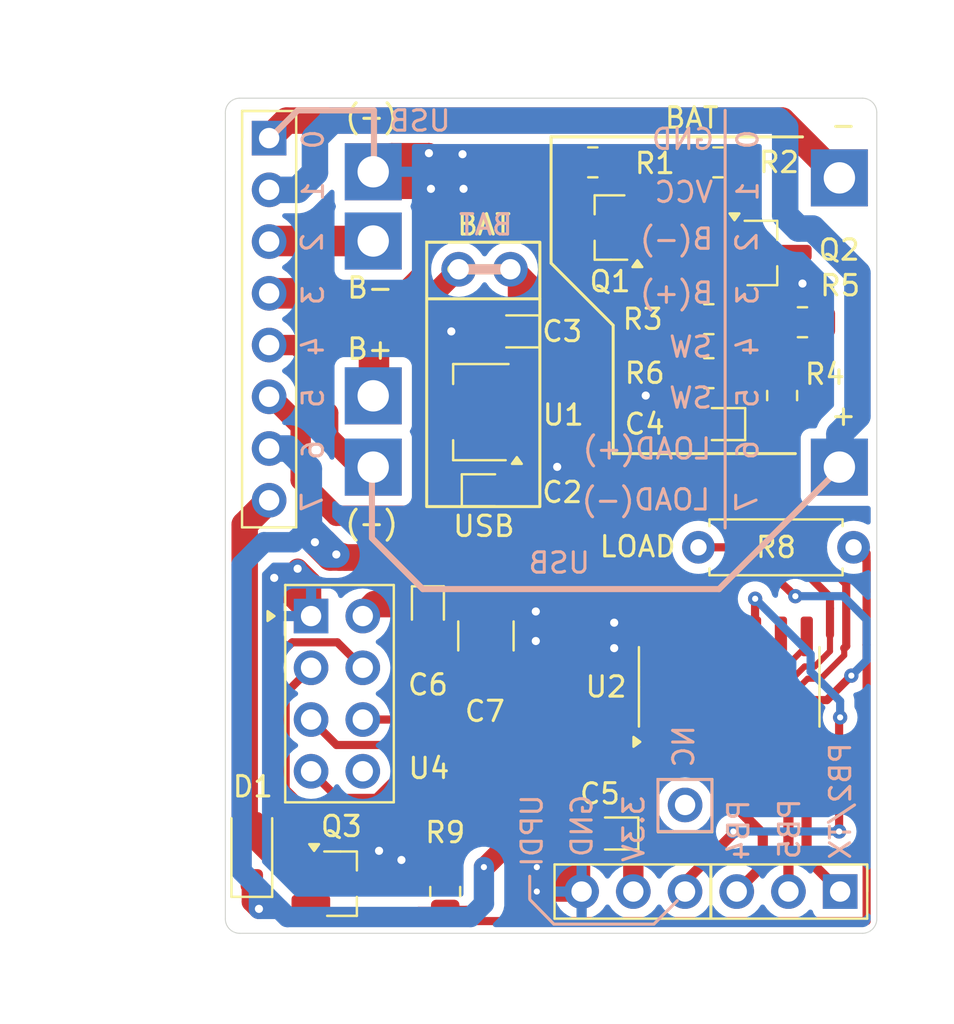
<source format=kicad_pcb>
(kicad_pcb (version 20240108) (generator "pcbnew") (generator_version "8.0")
  (layers (0 "F.Cu" signal) (31 "B.Cu" signal) (34 "B.Paste" user) (35 "F.Paste" user) (36 "B.SilkS" user "B.Silkscreen") (37 "F.SilkS" user "F.Silkscreen") (38 "B.Mask" user) (39 "F.Mask" user) (44 "Edge.Cuts" user))
  (net 0 "")
  (net 1 "Net-(J2-Pin_2)")
  (net 2 "GND")
  (net 3 "VCC")
  (net 4 "ADC_MEASURE")
  (net 5 "Net-(D1-A)")
  (net 6 "Net-(J1-Pin_1)")
  (net 7 "Net-(J1-Pin_2)")
  (net 8 "Net-(J2-Pin_1)")
  (net 9 "Net-(J3-Pin_2)")
  (net 10 "BATTERY_VOLT")
  (net 11 "UPDI")
  (net 12 "PB2")
  (net 13 "Net-(Q1-G)")
  (net 14 "Net-(Q1-D)")
  (net 15 "Net-(Q2-G)")
  (net 16 "Net-(Q2-D)")
  (net 17 "Net-(Q3-G)")
  (net 18 "ADC_ENABLED")
  (net 19 "LOAD_DRIVER_PIN")
  (net 20 "/SS")
  (net 21 "/MISO")
  (net 22 "/CE")
  (net 23 "/MOSI")
  (net 24 "/SCK")
  (net 26 "PB5")
  (net 27 "PB4")
  (footprint "TP4045:TP4056-18650" (layer "F.Cu") (at 181.9625 69.7125 180)
    (property "Reference" "TP4056" (hide yes))
    (property "Value" "~")
  )
  (footprint "Capacitor_Tantalum_SMD:CP_EIA-2012-15_AVX-P_Pad1.30x1.05mm_HandSolder" (layer "F.Cu") (at 168.5 86 180)
    (property "Reference" "C5")
    (property "Value" "100nF")
  )
  (footprint "Connector_PinHeader_2.54mm:PinHeader_1x06_P2.54mm_Vertical" (layer "F.Cu") (at 180.3 88.85 -90)
    (property "Reference" "J6" (hide yes))
    (property "Value" "Conn_01x06")
  )
  (footprint "Package_TO_SOT_SMD:SOT-23_Handsoldering" (layer "F.Cu") (at 155.8 88.4625)
    (property "Reference" "Q3")
    (property "Value" "PMV16XNR ")
  )
  (footprint "Capacitor_Tantalum_SMD:CP_EIA-2012-15_AVX-P_Pad1.30x1.05mm_HandSolder" (layer "F.Cu") (at 160.05 75.75 -90)
    (property "Reference" "C6")
    (property "Value" "100nF")
  )
  (footprint "Diode_SMD:D_SOD-123F" (layer "F.Cu") (at 151.4 86.9 90)
    (property "Reference" "D1")
    (property "Value" "D")
  )
  (footprint "Resistor_SMD:R_0805_2012Metric_Pad1.20x1.40mm_HandSolder" (layer "F.Cu") (at 173.85 63.4 180)
    (property "Reference" "R6")
    (property "Value" "10K")
  )
  (footprint "Package_TO_SOT_SMD:SOT-89-3" (layer "F.Cu") (at 162.65 65.3125 180)
    (property "Reference" "U1")
    (property "Value" "MCP1700T-3302E/MB ")
  )
  (footprint "RF_Module:nRF24L01_Breakout" (layer "F.Cu") (at 154.3105 75.325)
    (property "Reference" "U4")
    (property "Value" "NRF24L01_Breakout")
  )
  (footprint "Package_SO:SOIC-14_3.9x8.7mm_P1.27mm" (layer "F.Cu") (at 174.85 78.8 90)
    (property "Reference" "U2")
    (property "Value" "ATtiny84A-P")
  )
  (footprint "Resistor_SMD:R_0805_2012Metric_Pad1.20x1.40mm_HandSolder" (layer "F.Cu") (at 177.45 64.5 90)
    (property "Reference" "R4")
    (property "Value" "10K")
  )
  (footprint "Connector_PinHeader_2.54mm:PinHeader_1x03_P2.54mm_Vertical" (layer "F.Cu") (at 159.0225 58.3 90)
    (property "Reference" "REF**" (hide yes))
    (property "Value" "PinHeader_1x03_P2.54mm_Vertical")
  )
  (footprint "Resistor_SMD:R_0805_2012Metric_Pad1.20x1.40mm_HandSolder" (layer "F.Cu") (at 173.85 60.75)
    (property "Reference" "R3")
    (property "Value" "3K3")
  )
  (footprint "Capacitor_Tantalum_SMD:CP_EIA-2012-15_AVX-P_Pad1.30x1.05mm_HandSolder" (layer "F.Cu") (at 163.6 69.15)
    (property "Reference" "C2")
    (property "Value" "1uf")
  )
  (footprint "Package_TO_SOT_SMD:SOT-23_Handsoldering" (layer "F.Cu") (at 176.45 57.5)
    (property "Reference" "Q2")
    (property "Value" "PMV16XNR ")
  )
  (footprint "Capacitor_Tantalum_SMD:CP_EIA-2012-15_AVX-P_Pad1.30x1.05mm_HandSolder" (layer "F.Cu") (at 173.75 65.9 180)
    (property "Reference" "C4")
    (property "Value" "100nF")
  )
  (footprint "Resistor_SMD:R_0805_2012Metric_Pad1.20x1.40mm_HandSolder" (layer "F.Cu") (at 174.3 53.05)
    (property "Reference" "R2")
    (property "Value" "10K")
  )
  (footprint "Capacitor_SMD:C_1210_3225Metric_Pad1.33x2.70mm_HandSolder" (layer "F.Cu") (at 162.9 76.3 -90)
    (property "Reference" "C7")
    (property "Value" "22uF")
  )
  (footprint "Resistor_THT:R_Axial_DIN0207_L6.3mm_D2.5mm_P7.62mm_Horizontal" (layer "F.Cu") (at 173.34 71.95)
    (property "Reference" "R8")
    (property "Value" "0-10K ?")
  )
  (footprint "Resistor_SMD:R_0805_2012Metric_Pad1.20x1.40mm_HandSolder" (layer "F.Cu") (at 160.9 88.85 90)
    (property "Reference" "R9")
    (property "Value" "10K")
  )
  (footprint "Resistor_SMD:R_0805_2012Metric_Pad1.20x1.40mm_HandSolder" (layer "F.Cu") (at 178.45 60.9)
    (property "Reference" "R5")
    (property "Value" "100K")
  )
  (footprint "Capacitor_Tantalum_SMD:CP_EIA-2012-15_AVX-P_Pad1.30x1.05mm_HandSolder" (layer "F.Cu") (at 163.65 61.35 180)
    (property "Reference" "C3")
    (property "Value" "1uf")
  )
  (footprint "Resistor_SMD:R_0805_2012Metric_Pad1.20x1.40mm_HandSolder" (layer "F.Cu") (at 168.15 53.05)
    (property "Reference" "R1")
    (property "Value" "100K")
  )
  (footprint "Connector_PinHeader_2.54mm:PinHeader_1x02_P2.54mm_Vertical" (layer "F.Cu") (at 172.682846 82.06)
    (property "Reference" "REF**" (hide yes))
    (property "Value" "PinHeader_1x02_P2.54mm_Vertical")
  )
  (footprint "Connector_PinHeader_2.54mm:PinHeader_1x08_P2.54mm_Vertical" (layer "F.Cu") (at 152.25 51.86)
    (property "Reference" "REF**" (hide yes))
    (property "Value" "PinHeader_1x08_P2.54mm_Vertical")
  )
  (footprint "Package_TO_SOT_SMD:SOT-23_Handsoldering" (layer "F.Cu") (at 169 56.25 180)
    (property "Reference" "Q1")
    (property "Value" "NTR4101PT1G ")
  )
  (gr_rect (start 171.35 83.35) (end 174 85.9) (stroke (width 0.15)) (fill none) (layer "B.SilkS"))
  (gr_line (start 153.65 50.5) (end 152.25 51.9) (stroke (width 0.3)) (layer "B.SilkS"))
  (gr_line (start 159.8 74) (end 157.3 71.5) (stroke (width 0.3)) (layer "B.SilkS"))
  (gr_line (start 174.65 71) (end 174.65 50.5) (stroke (width 0.15)) (layer "B.SilkS"))
  (gr_line (start 166.2375 90.45) (end 165.0625 89.25) (stroke (width 0.15)) (layer "B.SilkS"))
  (gr_line (start 164.075 58.3) (end 161.525 58.3) (stroke (width 0.5)) (layer "B.SilkS"))
  (gr_line (start 157.4 50.5) (end 157.4 53.55) (stroke (width 0.3)) (layer "B.SilkS"))
  (gr_line (start 153.675 50.5) (end 157.4 50.5) (stroke (width 0.3)) (layer "B.SilkS"))
  (gr_line (start 165.05 88.1) (end 165.05 89.2) (stroke (width 0.15)) (layer "B.SilkS"))
  (gr_line (start 172.3 89.3) (end 171.15 90.45) (stroke (width 0.15)) (layer "B.SilkS"))
  (gr_line (start 157.3 71.5) (end 157.3 68.032233) (stroke (width 0.3)) (layer "B.SilkS"))
  (gr_line (start 171.15 90.45) (end 166.2375 90.45) (stroke (width 0.15)) (layer "B.SilkS"))
  (gr_line (start 174.35 74) (end 159.8 74) (stroke (width 0.3)) (layer "B.SilkS"))
  (gr_line (start 180.3 68.05) (end 174.35 74) (stroke (width 0.3)) (layer "B.SilkS"))
  (gr_rect (start 159.99 56.97) (end 165.55 69.95) (stroke (width 0.15)) (fill none) (layer "F.SilkS"))
  (gr_line (start 163.8 58.3) (end 161.25 58.3) (stroke (width 0.5)) (layer "F.SilkS"))
  (gr_line (start 169.15 67.35) (end 178.1 67.35) (stroke (width 0.15)) (layer "F.SilkS"))
  (gr_line (start 173.95 87.55) (end 173.95 90.15) (stroke (width 0.15)) (layer "F.SilkS"))
  (gr_line (start 169.15 61.05) (end 169.15 67.35) (stroke (width 0.15)) (layer "F.SilkS"))
  (gr_line (start 166.1 58) (end 169.15 61.05) (stroke (width 0.15)) (layer "F.SilkS"))
  (gr_line (start 165.55 59.75) (end 160 59.75) (stroke (width 0.15)) (layer "F.SilkS"))
  (gr_line (start 166.1 51.8) (end 166.1 58) (stroke (width 0.15)) (layer "F.SilkS"))
  (gr_line (start 178.45 51.8) (end 166.1 51.8) (stroke (width 0.15)) (layer "F.SilkS"))
  (gr_arc (start 150.8 90.899998) (mid 150.307083 90.692917) (end 150.100002 90.2) (stroke (width 0.05)) (layer "Edge.Cuts"))
  (gr_line (start 181.4 49.900001) (end 150.8 49.900001) (stroke (width 0.05)) (layer "Edge.Cuts"))
  (gr_arc (start 181.4 49.900002) (mid 181.893083 50.107249) (end 182.100003 50.600469) (stroke (width 0.05)) (layer "Edge.Cuts"))
  (gr_line (start 181.4 90.899999) (end 150.8 90.899999) (stroke (width 0.05)) (layer "Edge.Cuts"))
  (gr_line (start 150.100001 90.2) (end 150.101262 50.649923) (stroke (width 0.05)) (layer "Edge.Cuts"))
  (gr_arc (start 150.101262 50.649923) (mid 150.289738 50.12505) (end 150.8 49.900001) (stroke (width 0.05)) (layer "Edge.Cuts"))
  (gr_line (start 182.100004 50.600469) (end 182.1 90.25) (stroke (width 0.05)) (layer "Edge.Cuts"))
  (gr_arc (start 182.097739 90.249817) (mid 181.874975 90.710237) (end 181.4 90.899998) (stroke (width 0.05)) (layer "Edge.Cuts"))
  (gr_text "SW" (at 174.1 65.2 0) (layer "B.SilkS") (effects (font (size 1 1)) (justify left bottom mirror)))
  (gr_text "0" (at 176.35 51.35 90) (layer "B.SilkS") (effects (font (size 1 1)) (justify left bottom mirror)))
  (gr_text "LOAD(+)" (at 174.05 67.7 0) (layer "B.SilkS") (effects (font (size 1 1)) (justify left bottom mirror)))
  (gr_text "1" (at 155 53.9 90) (layer "B.SilkS") (effects (font (size 1 1)) (justify left bottom mirror)))
  (gr_text "LOAD(-)" (at 174 70.2 0) (layer "B.SilkS") (effects (font (size 1 1)) (justify left bottom mirror)))
  (gr_text "7" (at 154.95 69.15 90) (layer "B.SilkS") (effects (font (size 1 1)) (justify left bottom mirror)))
  (gr_text "PB5" (at 178.4 84.2 90) (layer "B.SilkS") (effects (font (size 1 1)) (justify left bottom mirror)))
  (gr_text "3.3V" (at 170.75 84.05 90) (layer "B.SilkS") (effects (font (size 1 1)) (justify left bottom mirror)))
  (gr_text "USB" (at 161.25 51.6 0) (layer "B.SilkS") (effects (font (size 1 1)) (justify left bottom mirror)))
  (gr_text "2" (at 176.3 56.4 90) (layer "B.SilkS") (effects (font (size 1 1)) (justify left bottom mirror)))
  (gr_text "1" (at 176.35 53.9 90) (layer "B.SilkS") (effects (font (size 1 1)) (justify left bottom mirror)))
  (gr_text "2" (at 154.95 56.4 90) (layer "B.SilkS") (effects (font (size 1 1)) (justify left bottom mirror)))
  (gr_text "GND" (at 174.2 52.5 0) (layer "B.SilkS") (effects (font (size 1 1)) (justify left bottom mirror)))
  (gr_text "BAT" (at 164.3 56.7 0) (layer "B.SilkS") (effects (font (size 1 1)) (justify left bottom mirror)))
  (gr_text "UPDI" (at 165.75 84 90) (layer "B.SilkS") (effects (font (size 1 1)) (justify left bottom mirror)))
  (gr_text "4" (at 176.35 61.5 90) (layer "B.SilkS") (effects (font (size 1 1)) (justify left bottom mirror)))
  (gr_text "5" (at 155 64.05 90) (layer "B.SilkS") (effects (font (size 1 1)) (justify left bottom mirror)))
  (gr_text "B(-)" (at 174.15 57.4 0) (layer "B.SilkS") (effects (font (size 1 1)) (justify left bottom mirror)))
  (gr_text "PB4" (at 175.9 84.25 90) (layer "B.SilkS") (effects (font (size 1 1)) (justify left bottom mirror)))
  (gr_text "6" (at 176.35 66.6 90) (layer "B.SilkS") (effects (font (size 1 1)) (justify left bottom mirror)))
  (gr_text "4" (at 155 61.5 90) (layer "B.SilkS") (effects (font (size 1 1)) (justify left bottom mirror)))
  (gr_text "6" (at 155 66.6 90) (layer "B.SilkS") (effects (font (size 1 1)) (justify left bottom mirror)))
  (gr_text "NC" (at 173.2 80.6 90) (layer "B.SilkS") (effects (font (size 1 1)) (justify left bottom mirror)))
  (gr_text "7" (at 176.3 69.15 90) (layer "B.SilkS") (effects (font (size 1 1)) (justify left bottom mirror)))
  (gr_text "USB" (at 168.1 73.3 0) (layer "B.SilkS") (effects (font (size 1 1)) (justify left bottom mirror)))
  (gr_text "B(+)" (at 174.15 60.05 0) (layer "B.SilkS") (effects (font (size 1 1)) (justify left bottom mirror)))
  (gr_text "SW" (at 174.1 62.7 0) (layer "B.SilkS") (effects (font (size 1 1)) (justify left bottom mirror)))
  (gr_text "5" (at 176.35 64.05 90) (layer "B.SilkS") (effects (font (size 1 1)) (justify left bottom mirror)))
  (gr_text "3" (at 155 59 90) (layer "B.SilkS") (effects (font (size 1 1)) (justify left bottom mirror)))
  (gr_text "3" (at 176.35 59 90) (layer "B.SilkS") (effects (font (size 1 1)) (justify left bottom mirror)))
  (gr_text "PB2/TX" (at 180.9 81.45 90) (layer "B.SilkS") (effects (font (size 1 1)) (justify left bottom mirror)))
  (gr_text "GND" (at 168.2 84 90) (layer "B.SilkS") (effects (font (size 1 1)) (justify left bottom mirror)))
  (gr_text "VCC" (at 174.15 55.1 0) (layer "B.SilkS") (effects (font (size 1 1)) (justify left bottom mirror)))
  (gr_text "0" (at 155 51.35 90) (layer "B.SilkS") (effects (font (size 1 1)) (justify left bottom mirror)))
  (gr_text "(+)" (at 155.9 71.35 0) (layer "F.SilkS") (effects (font (size 1 1)) (justify left bottom)))
  (gr_text "BAT" (at 171.6 51.45 0) (layer "F.SilkS") (effects (font (size 1 1)) (justify left bottom)))
  (gr_text "BAT" (at 161.4 56.7 0) (layer "F.SilkS") (effects (font (size 1 1)) (justify left bottom)))
  (gr_text "LOAD" (at 168.4 72.5 0) (layer "F.SilkS") (effects (font (size 1 1)) (justify left bottom)))
  (gr_text "(-)" (at 155.9 51.4 0) (layer "F.SilkS") (effects (font (size 1 1)) (justify left bottom)))
  (gr_text "USB" (at 161.2 71.5 0) (layer "F.SilkS") (effects (font (size 1 1)) (justify left bottom)))
  (segment (start 159.55 61.9) (end 162.3 64.65) (width 1) (layer "F.Cu") (net 1))
  (segment (start 160.8 69.15) (end 159.8 70.15) (width 1.3) (layer "F.Cu") (net 1))
  (segment (start 162.65 66.798118) (end 162.65 65.35) (width 1) (layer "F.Cu") (net 1))
  (segment (start 155.55 70.4) (end 159.6 70.4) (width 1) (layer "F.Cu") (net 1))
  (segment (start 153.8 68.65) (end 155.55 70.4) (width 1) (layer "F.Cu") (net 1))
  (segment (start 160.2 69.8) (end 160.85 69.15) (width 1) (layer "F.Cu") (net 1))
  (segment (start 161.5625 58.3) (end 159.55 60.3125) (width 1) (layer "F.Cu") (net 1))
  (segment (start 162.3 67.7) (end 162.3 65.8) (width 1.3) (layer "F.Cu") (net 1))
  (segment (start 152.36 64.56) (end 153.8 66) (width 1) (layer "F.Cu") (net 1))
  (segment (start 153.8 66) (end 153.8 68.65) (width 1) (layer "F.Cu") (net 1))
  (segment (start 159.55 60.3125) (end 159.55 61.9) (width 1) (layer "F.Cu") (net 1))
  (segment (start 160.2 69.8) (end 162.3 67.7) (width 1.3) (layer "F.Cu") (net 1))
  (segment (start 162.3 64.65) (end 162.3 65.7) (width 1) (layer "F.Cu") (net 1))
  (segment (start 159.6 70.4) (end 160.2 69.8) (width 1) (layer "F.Cu") (net 1))
  (segment (start 160.85 69.15) (end 162.625 69.15) (width 1) (layer "F.Cu") (net 1))
  (segment (start 162.625 69.15) (end 160.8 69.15) (width 1.3) (layer "F.Cu") (net 1))
  (segment (start 152.25 64.56) (end 152.36 64.56) (width 1) (layer "F.Cu") (net 1))
  (segment (start 162.625 69.15) (end 162.625 66.823118) (width 1) (layer "F.Cu") (net 1))
  (segment (start 162.625 66.823118) (end 162.65 66.798118) (width 1) (layer "F.Cu") (net 1))
  (segment (start 165.4 88.85) (end 165.4 88.65) (width 1) (layer "F.Cu") (net 2))
  (segment (start 160.05 76.725) (end 164.175 76.725) (width 1) (layer "F.Cu") (net 2))
  (segment (start 159.0875 88.4625) (end 159.65 87.9) (width 1) (layer "F.Cu") (net 2))
  (segment (start 171.85 63.4) (end 170.75 64.5) (width 1) (layer "F.Cu") (net 2))
  (segment (start 172.775 65.9) (end 172.775 63.475) (width 1) (layer "F.Cu") (net 2))
  (segment (start 160.2 54.35) (end 161.8 54.35) (width 1) (layer "F.Cu") (net 2))
  (segment (start 160.925 76.725) (end 161.7 77.5) (width 1) (layer "F.Cu") (net 2))
  (segment (start 160.2 54.35) (end 158.2 54.35) (width 1) (layer "F.Cu") (net 2))
  (segment (start 164.175 76.725) (end 165.35 75.55) (width 1) (layer "F.Cu") (net 2))
  (segment (start 157.65 86.85) (end 157.65 87.6) (width 1) (layer "F.Cu") (net 2))
  (segment (start 157.65 87.6) (end 156.9 88.35) (width 1) (layer "F.Cu") (net 2))
  (segment (start 179.45 60) (end 178.45 59) (width 0.5) (layer "F.Cu") (net 2))
  (segment (start 154.3105 73.6605) (end 153.65 73) (width 1) (layer "F.Cu") (net 2))
  (segment (start 158.2 54.35) (end 157.3625 53.5125) (width 1) (layer "F.Cu") (net 2))
  (segment (start 167.525 86) (end 167.525 88.775) (width 1) (layer "F.Cu") (net 2))
  (segment (start 162.675 61.35) (end 161.2 61.35) (width 1) (layer "F.Cu") (net 2))
  (segment (start 153.2 73.45) (end 153.6 73.05) (width 1) (layer "F.Cu") (net 2))
  (segment (start 172.775 63.475) (end 172.85 63.4) (width 1) (layer "F.Cu") (net 2))
  (segment (start 154.3105 75.325) (end 154.3105 73.6605) (width 1) (layer "F.Cu") (net 2))
  (segment (start 157.3 88.4625) (end 159.0875 88.4625) (width 1) (layer "F.Cu") (net 2))
  (segment (start 160.15 52.65) (end 160.1 52.6) (width 1) (layer "F.Cu") (net 2))
  (segment (start 154.3105 75.325) (end 154.3105 74.4605) (width 1) (layer "F.Cu") (net 2))
  (segment (start 161.1875 77.8625) (end 160.05 76.725) (width 1) (layer "F.Cu") (net 2))
  (segment (start 157.65 86.85) (end 157.65 88.1125) (width 1) (layer "F.Cu") (net 2))
  (segment (start 160.05 76.725) (end 160.925 76.725) (width 1) (layer "F.Cu") (net 2))
  (segment (start 160.1 52.6) (end 158.275 52.6) (width 1) (layer "F.Cu") (net 2))
  (segment (start 177.95 58.5) (end 178.45 59) (width 0.5) (layer "F.Cu") (net 2))
  (segment (start 164.6 69.125) (end 164.575 69.15) (width 1) (layer "F.Cu") (net 2))
  (segment (start 154.3105 74.5605) (end 153.2 73.45) (width 1) (layer "F.Cu") (net 2))
  (segment (start 169.675 76.325) (end 169.6 76.25) (width 0.7) (layer "F.Cu") (net 2))
  (segment (start 171.725666 64.425666) (end 171.824334 64.425666) (width 1) (layer "F.Cu") (net 2))
  (segment (start 172.85 63.4) (end 171.85 63.4) (width 1) (layer "F.Cu") (net 2))
  (segment (start 152.5 73.45) (end 152.5 73.5145) (width 1) (layer "F.Cu") (net 2))
  (segment (start 170.365 75.65) (end 171.04 76.325) (width 0.7) (layer "F.Cu") (net 2))
  (segment (start 167.05 86) (end 167.525 86) (width 1) (layer "F.Cu") (net 2))
  (segment (start 160.9 87.85) (end 159.3 87.85) (width 1) (layer "F.Cu") (net 2))
  (segment (start 160.1 52.6) (end 161.7 54.2) (width 1) (layer "F.Cu") (net 2))
  (segment (start 166.7 87.95) (end 166.6 87.95) (width 1) (layer "F.Cu") (net 2))
  (segment (start 152.5 73.5145) (end 154.3105 75.325) (width 1) (layer "F.Cu") (net 2))
  (segment (start 158.1 87.3) (end 157.65 86.85) (width 1) (layer "F.Cu") (net 2))
  (segment (start 169.2 76.9) (end 170.465 76.9) (width 0.7) (layer "F.Cu") (net 2))
  (segment (start 179.45 60.9) (end 179.45 60) (width 0.5) (layer "F.Cu") (net 2))
  (segment (start 162.9 77.8625) (end 161.1875 77.8625) (width 1) (layer "F.Cu") (net 2))
  (segment (start 177.95 57.5) (end 177.95 58.5) (width 0.5) (layer "F.Cu") (net 2))
  (segment (start 164.0375 77.8625) (end 165.35 76.55) (width 1) (layer "F.Cu") (net 2))
  (segment (start 160.8 54.35) (end 160 53.55) (width 1) (layer "F.Cu") (net 2))
  (segment (start 167.6 88.85) (end 166.7 87.95) (width 1) (layer "F.Cu") (net 2))
  (segment (start 169.2 76.9) (end 169.2 75.65) (width 0.7) (layer "F.Cu") (net 2))
  (segment (start 159.3 87.85) (end 158.75 87.3) (width 1) (layer "F.Cu") (net 2))
  (segment (start 157.3 88.4625) (end 157.5875 88.4625) (width 1) (layer "F.Cu") (net 2))
  (segment (start 165.725 68) (end 164.575 69.15) (width 1) (layer "F.Cu") (net 2))
  (segment (start 165.35 75.1) (end 165.35 76.55) (width 1) (layer "F.Cu") (net 2))
  (segment (start 157.3625 53.5125) (end 160.7875 53.5125) (width 1) (layer "F.Cu") (net 2))
  (segment (start 172.15 65.9) (end 170.75 64.5) (width 1) (layer "F.Cu") (net 2))
  (segment (start 154.3105 75.325) (end 154.3105 74.5605) (width 1) (layer "F.Cu") (net 2))
  (segment (start 166.4 68) (end 165.7875 68) (width 1) (layer "F.Cu") (net 2))
  (segment (start 172.775 65.100666) (end 172.1 64.425666) (width 1) (layer "F.Cu") (net 2))
  (segment (start 158.275 52.6) (end 157.3625 53.5125) (width 1) (layer "F.Cu") (net 2))
  (segment (start 165.4 87.65) (end 167.05 86) (width 1) (layer "F.Cu") (net 2))
  (segment (start 161.8 54.35) (end 160.8 54.35) (width 1) (layer "F.Cu") (net 2))
  (segment (start 165.4 88.65) (end 167 87.05) (width 1) (layer "F.Cu") (net 2))
  (segment (start 161.75 52.65) (end 160.15 52.65) (width 1) (layer "F.Cu") (net 2))
  (segment (start 158.75 87.3) (end 158.1 87.3) (width 1) (layer "F.Cu") (net 2))
  (segment (start 164.6 66.8125) (end 164.6 69.125) (width 1) (layer "F.Cu") (net 2))
  (segment (start 152.5 73.45) (end 153.2 73.45) (width 1) (layer "F.Cu") (net 2))
  (segment (start 157.65 88.1125) (end 157.3 88.4625) (width 1) (layer "F.Cu") (net 2))
  (segment (start 160.7875 53.5125) (end 160.8 53.5) (width 1) (layer "F.Cu") (net 2))
  (segment (start 166.4 68) (end 165.725 68) (width 1) (layer "F.Cu") (net 2))
  (segment (start 172.775 65.9) (end 172.775 65.100666) (width 1) (layer "F.Cu") (net 2))
  (segment (start 165.35 75.55) (end 165.35 75.1) (width 1) (layer "F.Cu") (net 2))
  (segment (start 169.2 75.65) (end 170.365 75.65) (width 0.7) (layer "F.Cu") (net 2))
  (segment (start 171.725666 64.425666) (end 171.65 64.35) (width 1) (layer "F.Cu") (net 2))
  (segment (start 172.1 64.425666) (end 172.1 65.4) (width 1) (layer "F.Cu") (net 2))
  (segment (start 165.4 88.85) (end 167.6 88.85) (width 1) (layer "F.Cu") (net 2))
  (segment (start 167.525 88.775) (end 167.6 88.85) (width 1) (layer "F.Cu") (net 2))
  (segment (start 165.7875 68) (end 164.6 66.8125) (width 1) (layer "F.Cu") (net 2))
  (segment (start 171.824334 64.425666) (end 172.2 64.05) (width 1) (layer "F.Cu") (net 2))
  (segment (start 171.04 76.325) (end 169.675 76.325) (width 0.7) (layer "F.Cu") (net 2))
  (segment (start 161.8 52.7) (end 161.75 52.65) (width 1) (layer "F.Cu") (net 2))
  (segment (start 172.775 65.9) (end 172.15 65.9) (width 1) (layer "F.Cu") (net 2))
  (segment (start 157.5875 88.4625) (end 158.75 87.3) (width 1) (layer "F.Cu") (net 2))
  (segment (start 165.4 87.65) (end 165.4 88.85) (width 1) (layer "F.Cu") (net 2))
  (segment (start 172.1 64.425666) (end 171.725666 64.425666) (width 1) (layer "F.Cu") (net 2))
  (segment (start 161.8 54.35) (end 161.8 52.7) (width 1) (layer "F.Cu") (net 2))
  (segment (start 162.9 77.8625) (end 164.0375 77.8625) (width 1) (layer "F.Cu") (net 2))
  (segment (start 170.465 76.9) (end 171.04 76.325) (width 0.7) (layer "F.Cu") (net 2))
  (via (at 165.35 75.1) (size 0.9) (drill 0.4) (layers "F.Cu" "B.Cu") (net 2))
  (via (at 165.4 88.85) (size 0.7) (drill 0.3) (layers "F.Cu" "B.Cu") (net 2))
  (via (at 178.45 59) (size 0.9) (drill 0.4) (layers "F.Cu" "B.Cu") (net 2))
  (via (at 152.5 73.45) (size 0.9) (drill 0.4) (layers "F.Cu" "B.Cu") (net 2))
  (via (at 160.1 52.6) (size 0.9) (drill 0.4) (layers "F.Cu" "B.Cu") (net 2))
  (via (at 153.65 73) (size 0.9) (drill 0.4) (layers "F.Cu" "B.Cu") (net 2))
  (via (at 157.65 86.85) (size 0.9) (drill 0.4) (layers "F.Cu" "B.Cu") (net 2))
  (via (at 165.35 76.55) (size 0.9) (drill 0.4) (layers "F.Cu" "B.Cu") (net 2))
  (via (at 161.2 61.35) (size 0.9) (drill 0.4) (layers "F.Cu" "B.Cu") (net 2))
  (via (at 165.4 87.65) (size 0.7) (drill 0.3) (layers "F.Cu" "B.Cu") (net 2))
  (via (at 161.8 54.35) (size 0.9) (drill 0.4) (layers "F.Cu" "B.Cu") (net 2))
  (via (at 169.2 76.9) (size 0.9) (drill 0.4) (layers "F.Cu" "B.Cu") (net 2))
  (via (at 160.2 54.35) (size 0.9) (drill 0.4) (layers "F.Cu" "B.Cu") (net 2))
  (via (at 161.75 52.65) (size 0.9) (drill 0.4) (layers "F.Cu" "B.Cu") (net 2))
  (via (at 166.4 68) (size 0.9) (drill 0.4) (layers "F.Cu" "B.Cu") (net 2))
  (via (at 170.75 64.5) (size 0.9) (drill 0.4) (layers "F.Cu" "B.Cu") (net 2))
  (via (at 169.2 75.65) (size 0.9) (drill 0.4) (layers "F.Cu" "B.Cu") (net 2))
  (via (at 158.75 87.3) (size 0.9) (drill 0.4) (layers "F.Cu" "B.Cu") (net 2))
  (segment (start 155.55 72.3) (end 155.7 72.45) (width 1.3) (layer "F.Cu") (net 3))
  (segment (start 162.9 74.7375) (end 157.438 74.7375) (width 1.3) (layer "F.Cu") (net 3))
  (segment (start 166.25 71.8) (end 162.25 71.8) (width 1.3) (layer "F.Cu") (net 3))
  (segment (start 164.6 63.8125) (end 164.6 61.375) (width 1.3) (layer "F.Cu") (net 3))
  (segment (start 168.35 69.7) (end 167 71.05) (width 1.3) (layer "F.Cu") (net 3))
  (segment (start 168.126435 84.2) (end 169.475 84.2) (width 1) (layer "F.Cu") (net 3))
  (segment (start 167 71.05) (end 166.25 71.8) (width 1.3) (layer "F.Cu") (net 3))
  (segment (start 164.625 58.8225) (end 164.1025 58.3) (width 1.3) (layer "F.Cu") (net 3))
  (segment (start 160.9 72.45) (end 157 72.45) (width 1.3) (layer "F.Cu") (net 3))
  (segment (start 168.35 65.5) (end 168.35 69.7) (width 1.3) (layer "F.Cu") (net 3))
  (segment (start 160.95 72.4) (end 160.9 72.45) (width 1.3) (layer "F.Cu") (net 3))
  (segment (start 162.85 87.65) (end 165.425 85.075) (width 1) (layer "F.Cu") (net 3))
  (segment (start 169.475 82.84) (end 169.475 82.851435) (width 1) (layer "F.Cu") (net 3))
  (segment (start 161.55 71.8) (end 160.95 72.4) (width 1.3) (layer "F.Cu") (net 3))
  (segment (start 167 71.05) (end 163.3 74.75) (width 1.3) (layer "F.Cu") (net 3))
  (segment (start 163.3 74.75) (end 162.65 74.75) (width 1.3) (layer "F.Cu") (net 3))
  (segment (start 164.625 61.775) (end 168.35 65.5) (width 1.3) (layer "F.Cu") (net 3))
  (segment (start 164.625 61.35) (end 164.625 61.775) (width 1.3) (layer "F.Cu") (net 3))
  (segment (start 165.425 85.075) (end 166.3 84.2) (width 1) (layer "F.Cu") (net 3))
  (segment (start 155.25 72.45) (end 154.5 71.7) (width 1.3) (layer "F.Cu") (net 3))
  (segment (start 166.3 84.2) (end 168.126435 84.2) (width 1) (layer "F.Cu") (net 3))
  (segment (start 170.1075 82.2075) (end 169.475 82.84) (width 1) (layer "F.Cu") (net 3))
  (segment (start 164.625 61.35) (end 164.625 60.15) (width 1.3) (layer "F.Cu") (net 3))
  (segment (start 162.8 87.65) (end 162.85 87.65) (width 1) (layer "F.Cu") (net 3))
  (segment (start 169.475 82.851435) (end 168.126435 84.2) (width 1) (layer "F.Cu") (net 3))
  (segment (start 151.4 88.3) (end 151.4 89.35) (width 1) (layer "F.Cu") (net 3))
  (segment (start 165.25 63.1625) (end 164.6 63.8125) (width 1.3) (layer "F.Cu") (net 3))
  (segment (start 157.438 74.7375) (end 156.8505 75.325) (width 1.3) (layer "F.Cu") (net 3))
  (segment (start 170.14 86.665) (end 169.475 86) (width 1) (layer "F.Cu") (net 3))
  (segment (start 155.7 72.45) (end 155.85 72.45) (width 1.3) (layer "F.Cu") (net 3))
  (segment (start 164.1025 58.3) (end 165.25 59.4475) (width 1.3) (layer "F.Cu") (net 3))
  (segment (start 156 72.45) (end 155.55 72.3) (width 1.3) (layer "F.Cu") (net 3))
  (segment (start 169.475 86) (end 169.475 84.2) (width 1) (layer "F.Cu") (net 3))
  (segment (start 157 72.45) (end 156 72.45) (width 1.3) (layer "F.Cu") (net 3))
  (segment (start 164.625 60.15) (end 164.625 59.125) (width 1.3) (layer "F.Cu") (net 3))
  (segment (start 151.4 89.35) (end 151.75 89.7) (width 1) (layer "F.Cu") (net 3))
  (segment (start 165.25 59.4475) (end 165.25 63.1625) (width 1.3) (layer "F.Cu") (net 3))
  (segment (start 170.1075 82.2075) (end 171.04 81.275) (width 1) (layer "F.Cu") (net 3))
  (segment (start 154.5 71.7) (end 154.95 71.7) (width 1.3) (layer "F.Cu") (net 3))
  (segment (start 169.475 84.2) (end 169.475 82.84) (width 1) (layer "F.Cu") (net 3))
  (segment (start 154.95 71.7) (end 155.55 72.3) (width 1.3) (layer "F.Cu") (net 3))
  (segment (start 164.6 61.375) (end 164.625 61.35) (width 1.3) (layer "F.Cu") (net 3))
  (segment (start 164.625 60.15) (end 164.625 58.8225) (width 1.3) (layer "F.Cu") (net 3))
  (segment (start 162.25 71.8) (end 161.55 71.8) (width 1.3) (layer "F.Cu") (net 3))
  (segment (start 170.14 88.85) (end 170.14 86.665) (width 1) (layer "F.Cu") (net 3))
  (segment (start 157 72.45) (end 155.25 72.45) (width 1.3) (layer "F.Cu") (net 3))
  (via (at 151.75 89.7) (size 0.9) (drill 0.4) (layers "F.Cu" "B.Cu") (net 3))
  (via (at 154.5 71.7) (size 0.9) (drill 0.4) (layers "F.Cu" "B.Cu") (net 3))
  (via (at 155.55 72.3) (size 0.9) (drill 0.4) (layers "F.Cu" "B.Cu") (net 3))
  (via (at 162.8 87.65) (size 0.7) (drill 0.3) (layers "F.Cu" "B.Cu") (net 3))
  (segment (start 150.9 72.8) (end 150.9 87.85) (width 1) (layer "B.Cu") (net 3))
  (segment (start 152 71.7) (end 150.9 72.8) (width 1) (layer "B.Cu") (net 3))
  (segment (start 162.15 90.1) (end 153.15 90.1) (width 1) (layer "B.Cu") (net 3))
  (segment (start 155.15 72.3) (end 154.65 71.8) (width 1.3) (layer "B.Cu") (net 3))
  (segment (start 155.55 72.3) (end 155.15 72.3) (width 1.3) (layer "B.Cu") (net 3))
  (segment (start 154.2 69.75) (end 154.2 71.4) (width 1.3) (layer "B.Cu") (net 3))
  (segment (start 151.75 89.7) (end 152.75 89.7) (width 1) (layer "B.Cu") (net 3))
  (segment (start 154.2 70.95) (end 154.2 69.75) (width 1.3) (layer "B.Cu") (net 3))
  (segment (start 155.55 72.3) (end 154.2 70.95) (width 1.3) (layer "B.Cu") (net 3))
  (segment (start 153.45 71.7) (end 152 71.7) (width 1) (layer "B.Cu") (net 3))
  (segment (start 151.75 88.7) (end 151.75 89.7) (width 1) (layer "B.Cu") (net 3))
  (segment (start 153.2 67.1) (end 152.25 67.1) (width 1.3) (layer "B.Cu") (net 3))
  (segment (start 154.2 71.4) (end 154.5 71.7) (width 1.3) (layer "B.Cu") (net 3))
  (segment (start 162.8 87.65) (end 162.8 89.45) (width 1) (layer "B.Cu") (net 3))
  (segment (start 162.8 89.45) (end 162.15 90.1) (width 1) (layer "B.Cu") (net 3))
  (segment (start 152.75 89.7) (end 153.15 90.1) (width 1) (layer "B.Cu") (net 3))
  (segment (start 150.9 87.85) (end 153.15 90.1) (width 1) (layer "B.Cu") (net 3))
  (segment (start 154.2 69.75) (end 154.2 68.1) (width 1.3) (layer "B.Cu") (net 3))
  (segment (start 154.2 70.95) (end 153.45 71.7) (width 1) (layer "B.Cu") (net 3))
  (segment (start 150.9 87.85) (end 151.75 88.7) (width 1) (layer "B.Cu") (net 3))
  (segment (start 154.2 68.1) (end 153.2 67.1) (width 1.3) (layer "B.Cu") (net 3))
  (segment (start 179.8 74.4) (end 179.8 74.95) (width 0.4) (layer "F.Cu") (net 4))
  (segment (start 174.85 79.65) (end 175.45 79.05) (width 0.3) (layer "F.Cu") (net 4))
  (segment (start 178.55 77.8) (end 179.05 77.8) (width 0.3) (layer "F.Cu") (net 4))
  (segment (start 174.85 60.75) (end 174.85 65.775) (width 0.5) (layer "F.Cu") (net 4))
  (segment (start 177.3 79.05) (end 178.55 77.8) (width 0.3) (layer "F.Cu") (net 4))
  (segment (start 174.725 65.9) (end 174.725 66.325) (width 0.4) (layer "F.Cu") (net 4))
  (segment (start 176.5 68.1) (end 176.5 71.1) (width 0.4) (layer "F.Cu") (net 4))
  (segment (start 174.725 66.325) (end 176.5 68.1) (width 0.4) (layer "F.Cu") (net 4))
  (segment (start 179.05 77.8) (end 179.8 77.05) (width 0.3) (layer "F.Cu") (net 4))
  (segment (start 174.85 65.775) (end 174.725 65.9) (width 0.5) (layer "F.Cu") (net 4))
  (segment (start 175.45 79.05) (end 177.3 79.05) (width 0.3) (layer "F.Cu") (net 4))
  (segment (start 179.8 77.05) (end 179.8 74.95) (width 0.3) (layer "F.Cu") (net 4))
  (segment (start 174.85 81.275) (end 174.85 79.65) (width 0.3) (layer "F.Cu") (net 4))
  (segment (start 179.8 74.95) (end 179.8 76.25) (width 0.4) (layer "F.Cu") (net 4))
  (segment (start 176.5 71.1) (end 179.8 74.4) (width 0.4) (layer "F.Cu") (net 4))
  (segment (start 151.35 85.55) (end 151.05 85.55) (width 1) (layer "F.Cu") (net 5))
  (segment (start 151.4 85.5) (end 151.35 85.55) (width 1) (layer "F.Cu") (net 5))
  (segment (start 152.25 69.64) (end 151.05 70.84) (width 1.3) (layer "F.Cu") (net 5))
  (segment (start 151.05 70.84) (end 151.05 85.55) (width 1.3) (layer "F.Cu") (net 5))
  (segment (start 154.3 87.5125) (end 153.0125 87.5125) (width 1.3) (layer "F.Cu") (net 5))
  (segment (start 153.0125 87.5125) (end 151.05 85.55) (width 1.3) (layer "F.Cu") (net 5))
  (segment (start 180.2625 53.8125) (end 177.45 51) (width 1.3) (layer "F.Cu") (net 6))
  (segment (start 153.11 51) (end 152.25 51.86) (width 1.3) (layer "F.Cu") (net 6))
  (segment (start 177.45 51) (end 153.11 51) (width 1.3) (layer "F.Cu") (net 6))
  (segment (start 177.25 51) (end 155.35 51) (width 1.3) (layer "B.Cu") (net 7))
  (segment (start 155.35 51) (end 154.5 51.85) (width 1.3) (layer "B.Cu") (net 7))
  (segment (start 178.25 56.3) (end 177.6 55.65) (width 1.3) (layer "B.Cu") (net 7))
  (segment (start 177.6 51.35) (end 177.25 51) (width 1.3) (layer "B.Cu") (net 7))
  (segment (start 178.95 56.3) (end 178.25 56.3) (width 1.3) (layer "B.Cu") (net 7))
  (segment (start 155.35 51) (end 155.3 51) (width 1.3) (layer "B.Cu") (net 7))
  (segment (start 154.5 51.85) (end 154.5 53.55) (width 1.3) (layer "B.Cu") (net 7))
  (segment (start 181.15 65.5) (end 181.15 58.5) (width 1.3) (layer "B.Cu") (net 7))
  (segment (start 153.65 54.4) (end 152.25 54.4) (width 1.3) (layer "B.Cu") (net 7))
  (segment (start 180.2625 66.3875) (end 181.15 65.5) (width 1.3) (layer "B.Cu") (net 7))
  (segment (start 180.2625 68.0125) (end 180.2625 66.3875) (width 1.3) (layer "B.Cu") (net 7))
  (segment (start 177.6 55.65) (end 177.6 51.35) (width 1.3) (layer "B.Cu") (net 7))
  (segment (start 154.5 53.55) (end 153.65 54.4) (width 1.3) (layer "B.Cu") (net 7))
  (segment (start 181.15 58.5) (end 178.95 56.3) (width 1.3) (layer "B.Cu") (net 7))
  (segment (start 156.6625 68.0125) (end 155.15 66.5) (width 1) (layer "F.Cu") (net 8))
  (segment (start 155.15 66.5) (end 155.15 65.35) (width 1) (layer "F.Cu") (net 8))
  (segment (start 153.62 62.02) (end 152.25 62.02) (width 1) (layer "F.Cu") (net 8))
  (segment (start 157.3625 68.0125) (end 156.6625 68.0125) (width 1) (layer "F.Cu") (net 8))
  (segment (start 155.15 65.35) (end 154.7 64.9) (width 1) (layer "F.Cu") (net 8))
  (segment (start 154.7 63.1) (end 153.62 62.02) (width 1) (layer "F.Cu") (net 8))
  (segment (start 154.7 64.9) (end 154.7 63.1) (width 1) (layer "F.Cu") (net 8))
  (segment (start 152.2775 56.9125) (end 152.25 56.94) (width 1.5) (layer "F.Cu") (net 9))
  (segment (start 157.3625 56.9125) (end 152.2775 56.9125) (width 1.5) (layer "F.Cu") (net 9))
  (segment (start 157.3625 64.5125) (end 157.4 64.475) (width 1.5) (layer "F.Cu") (net 10))
  (segment (start 165.45 55.8) (end 165.9 56.25) (width 0.5) (layer "F.Cu") (net 10))
  (segment (start 158.45 59.15) (end 158.825 59.15) (width 0.5) (layer "F.Cu") (net 10))
  (segment (start 165.25 55.8) (end 165.45 55.8) (width 0.5) (layer "F.Cu") (net 10))
  (segment (start 159.8 58.175) (end 159.8 56.7) (width 0.5) (layer "F.Cu") (net 10))
  (segment (start 156.425 61.175) (end 158.45 59.15) (width 0.5) (layer "F.Cu") (net 10))
  (segment (start 158.825 59.15) (end 159.8 58.175) (width 0.5) (layer "F.Cu") (net 10))
  (segment (start 157.4 64.475) (end 157.4 62.15) (width 1.5) (layer "F.Cu") (net 10))
  (segment (start 167.15 53.9) (end 167.15 53.05) (width 0.5) (layer "F.Cu") (net 10))
  (segment (start 157.4 62.15) (end 156.425 61.175) (width 1.5) (layer "F.Cu") (net 10))
  (segment (start 154.73 59.48) (end 152.25 59.48) (width 1.5) (layer "F.Cu") (net 10))
  (segment (start 165.25 55.8) (end 167.15 53.9) (width 0.5) (layer "F.Cu") (net 10))
  (segment (start 160.7 55.8) (end 165.25 55.8) (width 0.5) (layer "F.Cu") (net 10))
  (segment (start 156.425 61.175) (end 154.73 59.48) (width 1.5) (layer "F.Cu") (net 10))
  (segment (start 165.9 56.25) (end 167.5 56.25) (width 0.5) (layer "F.Cu") (net 10))
  (segment (start 159.8 56.7) (end 160.7 55.8) (width 0.5) (layer "F.Cu") (net 10))
  (segment (start 172.68 88.37) (end 172.68 88.85) (width 0.5) (layer "F.Cu") (net 11))
  (segment (start 180.25 85.9) (end 180.25 80.2) (width 0.4) (layer "F.Cu") (net 11))
  (segment (start 176.125 74.475) (end 176.12 74.48) (width 0.4) (layer "F.Cu") (net 11))
  (segment (start 175.05 86) (end 172.68 88.37) (width 0.5) (layer "F.Cu") (net 11))
  (segment (start 176.12 74.48) (end 176.12 76.325) (width 0.4) (layer "F.Cu") (net 11))
  (segment (start 175.05 85.9) (end 175.05 86) (width 0.5) (layer "F.Cu") (net 11))
  (via (at 175.05 85.9) (size 0.7) (drill 0.3) (layers "F.Cu" "B.Cu") (net 11))
  (via (at 180.3 80.3) (size 0.7) (drill 0.3) (layers "F.Cu" "B.Cu") (net 11))
  (via (at 176.125 74.475) (size 0.7) (drill 0.3) (layers "F.Cu" "B.Cu") (net 11))
  (via (at 180.25 85.9) (size 0.7) (drill 0.3) (layers "F.Cu" "B.Cu") (net 11))
  (segment (start 178.85 78.05) (end 180.3 79.5) (width 0.4) (layer "B.Cu") (net 11))
  (segment (start 178.85 77.2) (end 178.85 78.05) (width 0.4) (layer "B.Cu") (net 11))
  (segment (start 180.3 79.5) (end 180.3 80.3) (width 0.4) (layer "B.Cu") (net 11))
  (segment (start 180.25 85.9) (end 175.05 85.9) (width 0.4) (layer "B.Cu") (net 11))
  (segment (start 176.125 74.475) (end 178.85 77.2) (width 0.4) (layer "B.Cu") (net 11))
  (segment (start 178.65 87.2) (end 180.3 88.85) (width 0.5) (layer "F.Cu") (net 12))
  (segment (start 178.66 81.275) (end 178.65 81.285) (width 0.5) (layer "F.Cu") (net 12))
  (segment (start 178.65 81.285) (end 178.65 87.2) (width 0.5) (layer "F.Cu") (net 12))
  (segment (start 171.05 55.3) (end 171.425 54.925) (width 0.5) (layer "F.Cu") (net 13))
  (segment (start 169.15 53.05) (end 169.15 53.95) (width 0.5) (layer "F.Cu") (net 13))
  (segment (start 171.425 54.925) (end 171.35 54.85) (width 0.5) (layer "F.Cu") (net 13))
  (segment (start 170.5 55.3) (end 171.05 55.3) (width 0.5) (layer "F.Cu") (net 13))
  (segment (start 171.35 54.85) (end 170 54.85) (width 0.5) (layer "F.Cu") (net 13))
  (segment (start 169.15 53.95) (end 170.5 55.3) (width 0.5) (layer "F.Cu") (net 13))
  (segment (start 171.425 54.925) (end 173.3 53.05) (width 0.5) (layer "F.Cu") (net 13))
  (segment (start 170.5 57.2) (end 171.65 57.2) (width 0.5) (layer "F.Cu") (net 14))
  (segment (start 171.65 57.2) (end 172.85 58.4) (width 0.5) (layer "F.Cu") (net 14))
  (segment (start 172.85 60.75) (end 172.85 58.4) (width 0.5) (layer "F.Cu") (net 14))
  (segment (start 176.1 58.45) (end 174.95 58.45) (width 0.5) (layer "F.Cu") (net 15))
  (segment (start 177.45 60.9) (end 177.45 59.8) (width 0.5) (layer "F.Cu") (net 15))
  (segment (start 177.45 59.8) (end 176.1 58.45) (width 0.5) (layer "F.Cu") (net 15))
  (segment (start 177.45 60.9) (end 177.45 63.5) (width 0.5) (layer "F.Cu") (net 15))
  (segment (start 175.3 53.05) (end 175.3 56.2) (width 0.5) (layer "F.Cu") (net 16))
  (segment (start 175.3 56.2) (end 174.95 56.55) (width 0.5) (layer "F.Cu") (net 16))
  (segment (start 181.600002 72.590002) (end 180.96 71.95) (width 0.4) (layer "F.Cu") (net 17))
  (segment (start 181.6 90.3) (end 161.35 90.3) (width 0.4) (layer "F.Cu") (net 17))
  (segment (start 162.4 90.2) (end 159.75 90.2) (width 0.4) (layer "F.Cu") (net 17))
  (segment (start 162.4 90.2) (end 161.95 89.75) (width 0.4) (layer "F.Cu") (net 17))
  (segment (start 159.75 90.2) (end 159.2 90.2) (width 0.4) (layer "F.Cu") (net 17))
  (segment (start 181.600002 74.15) (end 181.600002 72.590002) (width 0.4) (layer "F.Cu") (net 17))
  (segment (start 159.6 89.8) (end 161 89.8) (width 0.4) (layer "F.Cu") (net 17))
  (segment (start 181.600002 72.240002) (end 181.600002 74.15) (width 0.4) (layer "F.Cu") (net 17))
  (segment (start 155.0875 90.2) (end 154.3 89.4125) (width 0.4) (layer "F.Cu") (net 17))
  (segment (start 161.95 89.75) (end 160.75 89.75) (width 0.4) (layer "F.Cu") (net 17))
  (segment (start 159.75 90.2) (end 159.9 90.05) (width 0.4) (layer "F.Cu") (net 17))
  (segment (start 159.9 90.05) (end 161.9 90.05) (width 0.4) (layer "F.Cu") (net 17))
  (segment (start 159.2 90.2) (end 159.6 89.8) (width 0.4) (layer "F.Cu") (net 17))
  (segment (start 181.600001 76.740379) (end 181.6 76.74038) (width 0.4) (layer "F.Cu") (net 17))
  (segment (start 181.600002 74.15) (end 181.600001 76.740379) (width 0.4) (layer "F.Cu") (net 17))
  (segment (start 159.2 90.2) (end 155.0875 90.2) (width 0.4) (layer "F.Cu") (net 17))
  (segment (start 181.6 76.74038) (end 181.6 90.3) (width 0.4) (layer "F.Cu") (net 17))
  (segment (start 161.35 90.3) (end 160.9 89.85) (width 0.4) (layer "F.Cu") (net 17))
  (segment (start 180.5 76.9) (end 180.6 76.8) (width 0.4) (layer "F.Cu") (net 18))
  (segment (start 180.6 73.75) (end 177.45 70.6) (width 0.4) (layer "F.Cu") (net 18))
  (segment (start 179.35 78.4) (end 178.7 78.4) (width 0.3) (layer "F.Cu") (net 18))
  (segment (start 177.45 70.6) (end 177.45 65.5) (width 0.4) (layer "F.Cu") (net 18))
  (segment (start 180.5 77.25) (end 179.35 78.4) (width 0.3) (layer "F.Cu") (net 18))
  (segment (start 180.5 76.9) (end 180.5 77.25) (width 0.3) (layer "F.Cu") (net 18))
  (segment (start 176.12 79.73) (end 176.12 81.275) (width 0.3) (layer "F.Cu") (net 18))
  (segment (start 177.45 79.65) (end 176.2 79.65) (width 0.3) (layer "F.Cu") (net 18))
  (segment (start 180.6 76.8) (end 180.6 73.75) (width 0.4) (layer "F.Cu") (net 18))
  (segment (start 178.7 78.4) (end 177.45 79.65) (width 0.3) (layer "F.Cu") (net 18))
  (segment (start 176.2 79.65) (end 176.12 79.73) (width 0.3) (layer "F.Cu") (net 18))
  (segment (start 178.55 79.45) (end 177.39 80.61) (width 0.4) (layer "F.Cu") (net 19))
  (segment (start 178.076 74.35) (end 177.788 74.062) (width 0.4) (layer "F.Cu") (net 19))
  (segment (start 177.39 80.61) (end 177.39 81.275) (width 0.4) (layer "F.Cu") (net 19))
  (segment (start 178.1 74.35) (end 178.076 74.35) (width 0.4) (layer "F.Cu") (net 19))
  (segment (start 179.65 79.45) (end 178.55 79.45) (width 0.4) (layer "F.Cu") (net 19))
  (segment (start 175.5 71.95) (end 177.788 74.062) (width 0.4) (layer "F.Cu") (net 19))
  (segment (start 180.85 78.25) (end 179.65 79.45) (width 0.4) (layer "F.Cu") (net 19))
  (segment (start 173.34 71.95) (end 175.5 71.95) (width 0.4) (layer "F.Cu") (net 19))
  (via (at 180.85 78.25) (size 0.7) (drill 0.3) (layers "F.Cu" "B.Cu") (net 19))
  (via (at 178.1 74.35) (size 0.7) (drill 0.3) (layers "F.Cu" "B.Cu") (net 19))
  (segment (start 180.85 78.25) (end 181.600001 77.499999) (width 0.4) (layer "B.Cu") (net 19))
  (segment (start 180.45 74.35) (end 178.1 74.35) (width 0.4) (layer "B.Cu") (net 19))
  (segment (start 181.600001 77.499999) (end 181.600001 75.500001) (width 0.4) (layer "B.Cu") (net 19))
  (segment (start 181.600001 75.500001) (end 180.45 74.35) (width 0.4) (layer "B.Cu") (net 19))
  (segment (start 152.35 77.65) (end 152.35 84.25) (width 0.4) (layer "F.Cu") (net 20))
  (segment (start 169.55 79.25) (end 173.7 79.25) (width 0.4) (layer "F.Cu") (net 20))
  (segment (start 177.05 78.3) (end 177.15 78.3) (width 0.3) (layer "F.Cu") (net 20))
  (segment (start 174.65 78.3) (end 177.05 78.3) (width 0.4) (layer "F.Cu") (net 20))
  (segment (start 178.66 76.811974) (end 178.66 76.325) (width 0.4) (layer "F.Cu") (net 20))
  (segment (start 153.8 85.7) (end 158.6 85.7) (width 0.4) (layer "F.Cu") (net 20))
  (segment (start 160.05 84.25) (end 164.55 84.25) (width 0.4) (layer "F.Cu") (net 20))
  (segment (start 156.8505 77.865) (end 155.6005 76.615) (width 0.4) (layer "F.Cu") (net 20))
  (segment (start 173.7 79.25) (end 174.65 78.3) (width 0.4) (layer "F.Cu") (net 20))
  (segment (start 153.385 76.615) (end 152.35 77.65) (width 0.4) (layer "F.Cu") (net 20))
  (segment (start 177.15 78.3) (end 178.66 76.79) (width 0.3) (layer "F.Cu") (net 20))
  (segment (start 164.55 84.25) (end 169.55 79.25) (width 0.4) (layer "F.Cu") (net 20))
  (segment (start 158.6 85.7) (end 160.05 84.25) (width 0.4) (layer "F.Cu") (net 20))
  (segment (start 152.35 84.25) (end 153.8 85.7) (width 0.4) (layer "F.Cu") (net 20))
  (segment (start 155.6005 76.615) (end 153.385 76.615) (width 0.4) (layer "F.Cu") (net 20))
  (segment (start 178.66 76.79) (end 178.66 76.325) (width 0.3) (layer "F.Cu") (net 20))
  (segment (start 159.2 82.55) (end 163.5 82.55) (width 0.4) (layer "F.Cu") (net 21))
  (segment (start 157.5 84.25) (end 159.2 82.55) (width 0.4) (layer "F.Cu") (net 21))
  (segment (start 154.3105 82.945) (end 155.6155 84.25) (width 0.4) (layer "F.Cu") (net 21))
  (segment (start 155.6155 84.25) (end 157.5 84.25) (width 0.4) (layer "F.Cu") (net 21))
  (segment (start 173 77.85) (end 173.58 77.27) (width 0.4) (layer "F.Cu") (net 21))
  (segment (start 163.5 82.55) (end 168.2 77.85) (width 0.4) (layer "F.Cu") (net 21))
  (segment (start 168.2 77.85) (end 173 77.85) (width 0.4) (layer "F.Cu") (net 21))
  (segment (start 173.58 77.27) (end 173.58 76.325) (width 0.4) (layer "F.Cu") (net 21))
  (segment (start 177.39 77.299999) (end 177.39 76.325) (width 0.3) (layer "F.Cu") (net 22))
  (segment (start 154.2 84.95) (end 153.0605 83.8105) (width 0.4) (layer "F.Cu") (net 22))
  (segment (start 154.3105 77.865) (end 154.3105 78.3395) (width 0.4) (layer "F.Cu") (net 22))
  (segment (start 168.85 78.6) (end 164.05 83.4) (width 0.4) (layer "F.Cu") (net 22))
  (segment (start 173.35 78.6) (end 168.85 78.6) (width 0.4) (layer "F.Cu") (net 22))
  (segment (start 153.0605 83.8105) (end 153.0605 79.115) (width 0.4) (layer "F.Cu") (net 22))
  (segment (start 174.2 77.75) (end 176.939999 77.75) (width 0.3) (layer "F.Cu") (net 22))
  (segment (start 177.39 76.96) (end 177.39 76.325) (width 0.4) (layer "F.Cu") (net 22))
  (segment (start 153.0605 79.115) (end 154.3105 77.865) (width 0.4) (layer "F.Cu") (net 22))
  (segment (start 174 77.95) (end 173.35 78.6) (width 0.4) (layer "F.Cu") (net 22))
  (segment (start 176.939999 77.75) (end 177.39 77.299999) (width 0.3) (layer "F.Cu") (net 22))
  (segment (start 158.05 84.95) (end 154.2 84.95) (width 0.4) (layer "F.Cu") (net 22))
  (segment (start 164.05 83.4) (end 159.6 83.4) (width 0.4) (layer "F.Cu") (net 22))
  (segment (start 159.6 83.4) (end 158.05 84.95) (width 0.4) (layer "F.Cu") (net 22))
  (segment (start 174 77.95) (end 174.2 77.75) (width 0.3) (layer "F.Cu") (net 22))
  (segment (start 168.25 73.75) (end 173.249999 73.75) (width 0.4) (layer "F.Cu") (net 23))
  (segment (start 156.8505 80.405) (end 163.345 80.405) (width 0.4) (layer "F.Cu") (net 23))
  (segment (start 166.85 76.9) (end 166.85 75.15) (width 0.4) (layer "F.Cu") (net 23))
  (segment (start 166.85 75.15) (end 168.25 73.75) (width 0.4) (layer "F.Cu") (net 23))
  (segment (start 163.345 80.405) (end 166.85 76.9) (width 0.4) (layer "F.Cu") (net 23))
  (segment (start 174.85 75.350001) (end 174.85 76.325) (width 0.4) (layer "F.Cu") (net 23))
  (segment (start 173.249999 73.75) (end 174.85 75.350001) (width 0.4) (layer "F.Cu") (net 23))
  (segment (start 167.8 75.35) (end 168.6 74.55) (width 0.4) (layer "F.Cu") (net 24))
  (segment (start 171.85 74.55) (end 172.31 75.01) (width 0.4) (layer "F.Cu") (net 24))
  (segment (start 172.31 75.01) (end 172.31 76.325) (width 0.4) (layer "F.Cu") (net 24))
  (segment (start 154.3105 80.405) (end 155.5605 81.655) (width 0.4) (layer "F.Cu") (net 24))
  (segment (start 155.5605 81.655) (end 163.145 81.655) (width 0.4) (layer "F.Cu") (net 24))
  (segment (start 167.8 77) (end 167.8 75.35) (width 0.4) (layer "F.Cu") (net 24))
  (segment (start 163.145 81.655) (end 167.8 77) (width 0.4) (layer "F.Cu") (net 24))
  (segment (start 168.6 74.55) (end 171.85 74.55) (width 0.4) (layer "F.Cu") (net 24))
  (segment (start 175.247316 83.5) (end 176.5 83.5) (width 0.5) (layer "F.Cu") (net 26))
  (segment (start 173.58 81.832684) (end 175.247316 83.5) (width 0.5) (layer "F.Cu") (net 26))
  (segment (start 173.58 81.275) (end 173.58 81.832684) (width 0.5) (layer "F.Cu") (net 26))
  (segment (start 176.5 83.5) (end 177.76 84.76) (width 0.5) (layer "F.Cu") (net 26))
  (segment (start 177.76 84.76) (end 177.76 88.85) (width 0.5) (layer "F.Cu") (net 26))
  (segment (start 172.31 81.832684) (end 176.5 86.022684) (width 0.5) (layer "F.Cu") (net 27))
  (segment (start 176.5 87.57) (end 175.22 88.85) (width 0.5) (layer "F.Cu") (net 27))
  (segment (start 172.31 81.275) (end 172.31 81.832684) (width 0.5) (layer "F.Cu") (net 27))
  (segment (start 176.5 86.022684) (end 176.5 87.57) (width 0.5) (layer "F.Cu") (net 27))
  (zone (net 2) (net_name "GND") (layer "B.Cu") (connect_pads (clearance 0.5)) (min_thickness 0.25) (fill yes (thermal_gap 0.5) (thermal_bridge_width 0.5))
    (polygon (pts (xy 148.9 48.15) (xy 148.7 91.7) (xy 183.8 91.7) (xy 184 48.95) (xy 148.95 48.1)))
  )
)
</source>
